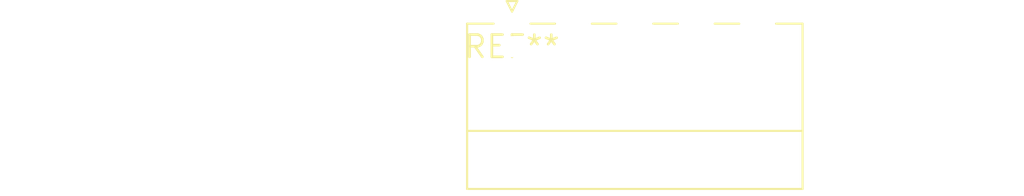
<source format=kicad_pcb>
(kicad_pcb (version 20240108) (generator pcbnew)
  (layers (0 "F.Cu" signal) (31 "B.Cu" signal) (34 "B.Paste" user) (35 "F.Paste" user) (36 "B.SilkS" user "B.Silkscreen") (37 "F.SilkS" user "F.Silkscreen") (38 "B.Mask" user) (39 "F.Mask" user) (44 "Edge.Cuts" user))
  (net 0 "")
  (footprint "PhoenixContact_MC_1,5_5-G-3.5_1x05_P3.50mm_Horizontal" (layer "F.Cu") (at 0 0)
    (property "Reference" "REF**")
    (property "Value" "PhoenixContact_MC_1,5_5-G-3.5_1x05_P3.50mm_Horizontal")
    (fp_line (start -2.56 -1.31) (end -2.56 8.11) (layer "F.SilkS") (stroke (width 0.12)))
    (fp_line (start -2.56 -1.31) (end -1.05 -1.31) (layer "F.SilkS") (stroke (width 0.12)))
    (fp_line (start -2.56 4.8) (end 16.56 4.8) (layer "F.SilkS") (stroke (width 0.12)))
    (fp_line (start -2.56 8.11) (end 16.56 8.11) (layer "F.SilkS") (stroke (width 0.12)))
    (fp_line (start -0.3 -2.6) (end 0.3 -2.6) (layer "F.SilkS") (stroke (width 0.12)))
    (fp_line (start 0 -2) (end -0.3 -2.6) (layer "F.SilkS") (stroke (width 0.12)))
    (fp_line (start 0.3 -2.6) (end 0 -2) (layer "F.SilkS") (stroke (width 0.12)))
    (fp_line (start 1.05 -1.31) (end 2.45 -1.31) (layer "F.SilkS") (stroke (width 0.12)))
    (fp_line (start 4.55 -1.31) (end 5.95 -1.31) (layer "F.SilkS") (stroke (width 0.12)))
    (fp_line (start 8.05 -1.31) (end 9.45 -1.31) (layer "F.SilkS") (stroke (width 0.12)))
    (fp_line (start 11.55 -1.31) (end 12.95 -1.31) (layer "F.SilkS") (stroke (width 0.12)))
    (fp_line (start 16.56 -1.31) (end 15.05 -1.31) (layer "F.SilkS") (stroke (width 0.12)))
    (fp_line (start 16.56 8.11) (end 16.56 -1.31) (layer "F.SilkS") (stroke (width 0.12)))
    (pad "1" thru_hole roundrect (at 0 0) (size 1.8 3.6) (drill 1.2) (layers *.Cu *.Mask) (remove_unused_layers) (roundrect_rratio 0.138889))
    (pad "2" thru_hole oval (at 3.5 0) (size 1.8 3.6) (drill 1.2) (layers *.Cu *.Mask) (remove_unused_layers))
    (pad "3" thru_hole oval (at 7 0) (size 1.8 3.6) (drill 1.2) (layers *.Cu *.Mask) (remove_unused_layers))
    (pad "4" thru_hole oval (at 10.5 0) (size 1.8 3.6) (drill 1.2) (layers *.Cu *.Mask) (remove_unused_layers))
    (pad "5" thru_hole oval (at 14 0) (size 1.8 3.6) (drill 1.2) (layers *.Cu *.Mask) (remove_unused_layers))
  )
)
</source>
